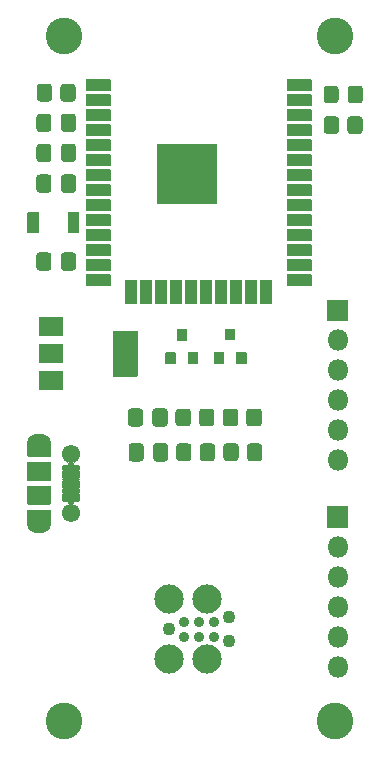
<source format=gts>
G04 #@! TF.GenerationSoftware,KiCad,Pcbnew,(5.1.9)-1*
G04 #@! TF.CreationDate,2021-01-22T20:27:00+08:00*
G04 #@! TF.ProjectId,esp-break,6573702d-6272-4656-916b-2e6b69636164,rev?*
G04 #@! TF.SameCoordinates,Original*
G04 #@! TF.FileFunction,Soldermask,Top*
G04 #@! TF.FilePolarity,Negative*
%FSLAX46Y46*%
G04 Gerber Fmt 4.6, Leading zero omitted, Abs format (unit mm)*
G04 Created by KiCad (PCBNEW (5.1.9)-1) date 2021-01-22 20:27:00*
%MOMM*%
%LPD*%
G01*
G04 APERTURE LIST*
%ADD10C,3.102000*%
%ADD11C,2.476900*%
%ADD12C,1.092600*%
%ADD13C,0.889400*%
%ADD14O,1.802000X1.802000*%
%ADD15C,1.552000*%
%ADD16O,2.002000X1.302000*%
%ADD17C,0.100000*%
G04 APERTURE END LIST*
D10*
X128117600Y-112166400D03*
X105156000Y-112166400D03*
X128117600Y-54229000D03*
X105156000Y-54203600D03*
G36*
G01*
X106468000Y-69150000D02*
X106468000Y-70850000D01*
G75*
G02*
X106417000Y-70901000I-51000J0D01*
G01*
X105517000Y-70901000D01*
G75*
G02*
X105466000Y-70850000I0J51000D01*
G01*
X105466000Y-69150000D01*
G75*
G02*
X105517000Y-69099000I51000J0D01*
G01*
X106417000Y-69099000D01*
G75*
G02*
X106468000Y-69150000I0J-51000D01*
G01*
G37*
G36*
G01*
X103068000Y-69150000D02*
X103068000Y-70850000D01*
G75*
G02*
X103017000Y-70901000I-51000J0D01*
G01*
X102117000Y-70901000D01*
G75*
G02*
X102066000Y-70850000I0J51000D01*
G01*
X102066000Y-69150000D01*
G75*
G02*
X102117000Y-69099000I51000J0D01*
G01*
X103017000Y-69099000D01*
G75*
G02*
X103068000Y-69150000I0J-51000D01*
G01*
G37*
G36*
G01*
X113024000Y-68370000D02*
X113024000Y-63370000D01*
G75*
G02*
X113075000Y-63319000I51000J0D01*
G01*
X118075000Y-63319000D01*
G75*
G02*
X118126000Y-63370000I0J-51000D01*
G01*
X118126000Y-68370000D01*
G75*
G02*
X118075000Y-68421000I-51000J0D01*
G01*
X113075000Y-68421000D01*
G75*
G02*
X113024000Y-68370000I0J51000D01*
G01*
G37*
G36*
G01*
X107024000Y-58820000D02*
X107024000Y-57920000D01*
G75*
G02*
X107075000Y-57869000I51000J0D01*
G01*
X109075000Y-57869000D01*
G75*
G02*
X109126000Y-57920000I0J-51000D01*
G01*
X109126000Y-58820000D01*
G75*
G02*
X109075000Y-58871000I-51000J0D01*
G01*
X107075000Y-58871000D01*
G75*
G02*
X107024000Y-58820000I0J51000D01*
G01*
G37*
G36*
G01*
X107024000Y-60090000D02*
X107024000Y-59190000D01*
G75*
G02*
X107075000Y-59139000I51000J0D01*
G01*
X109075000Y-59139000D01*
G75*
G02*
X109126000Y-59190000I0J-51000D01*
G01*
X109126000Y-60090000D01*
G75*
G02*
X109075000Y-60141000I-51000J0D01*
G01*
X107075000Y-60141000D01*
G75*
G02*
X107024000Y-60090000I0J51000D01*
G01*
G37*
G36*
G01*
X107024000Y-61360000D02*
X107024000Y-60460000D01*
G75*
G02*
X107075000Y-60409000I51000J0D01*
G01*
X109075000Y-60409000D01*
G75*
G02*
X109126000Y-60460000I0J-51000D01*
G01*
X109126000Y-61360000D01*
G75*
G02*
X109075000Y-61411000I-51000J0D01*
G01*
X107075000Y-61411000D01*
G75*
G02*
X107024000Y-61360000I0J51000D01*
G01*
G37*
G36*
G01*
X107024000Y-62630000D02*
X107024000Y-61730000D01*
G75*
G02*
X107075000Y-61679000I51000J0D01*
G01*
X109075000Y-61679000D01*
G75*
G02*
X109126000Y-61730000I0J-51000D01*
G01*
X109126000Y-62630000D01*
G75*
G02*
X109075000Y-62681000I-51000J0D01*
G01*
X107075000Y-62681000D01*
G75*
G02*
X107024000Y-62630000I0J51000D01*
G01*
G37*
G36*
G01*
X107024000Y-63900000D02*
X107024000Y-63000000D01*
G75*
G02*
X107075000Y-62949000I51000J0D01*
G01*
X109075000Y-62949000D01*
G75*
G02*
X109126000Y-63000000I0J-51000D01*
G01*
X109126000Y-63900000D01*
G75*
G02*
X109075000Y-63951000I-51000J0D01*
G01*
X107075000Y-63951000D01*
G75*
G02*
X107024000Y-63900000I0J51000D01*
G01*
G37*
G36*
G01*
X107024000Y-65170000D02*
X107024000Y-64270000D01*
G75*
G02*
X107075000Y-64219000I51000J0D01*
G01*
X109075000Y-64219000D01*
G75*
G02*
X109126000Y-64270000I0J-51000D01*
G01*
X109126000Y-65170000D01*
G75*
G02*
X109075000Y-65221000I-51000J0D01*
G01*
X107075000Y-65221000D01*
G75*
G02*
X107024000Y-65170000I0J51000D01*
G01*
G37*
G36*
G01*
X107024000Y-66440000D02*
X107024000Y-65540000D01*
G75*
G02*
X107075000Y-65489000I51000J0D01*
G01*
X109075000Y-65489000D01*
G75*
G02*
X109126000Y-65540000I0J-51000D01*
G01*
X109126000Y-66440000D01*
G75*
G02*
X109075000Y-66491000I-51000J0D01*
G01*
X107075000Y-66491000D01*
G75*
G02*
X107024000Y-66440000I0J51000D01*
G01*
G37*
G36*
G01*
X107024000Y-67710000D02*
X107024000Y-66810000D01*
G75*
G02*
X107075000Y-66759000I51000J0D01*
G01*
X109075000Y-66759000D01*
G75*
G02*
X109126000Y-66810000I0J-51000D01*
G01*
X109126000Y-67710000D01*
G75*
G02*
X109075000Y-67761000I-51000J0D01*
G01*
X107075000Y-67761000D01*
G75*
G02*
X107024000Y-67710000I0J51000D01*
G01*
G37*
G36*
G01*
X107024000Y-68980000D02*
X107024000Y-68080000D01*
G75*
G02*
X107075000Y-68029000I51000J0D01*
G01*
X109075000Y-68029000D01*
G75*
G02*
X109126000Y-68080000I0J-51000D01*
G01*
X109126000Y-68980000D01*
G75*
G02*
X109075000Y-69031000I-51000J0D01*
G01*
X107075000Y-69031000D01*
G75*
G02*
X107024000Y-68980000I0J51000D01*
G01*
G37*
G36*
G01*
X107024000Y-70250000D02*
X107024000Y-69350000D01*
G75*
G02*
X107075000Y-69299000I51000J0D01*
G01*
X109075000Y-69299000D01*
G75*
G02*
X109126000Y-69350000I0J-51000D01*
G01*
X109126000Y-70250000D01*
G75*
G02*
X109075000Y-70301000I-51000J0D01*
G01*
X107075000Y-70301000D01*
G75*
G02*
X107024000Y-70250000I0J51000D01*
G01*
G37*
G36*
G01*
X107024000Y-71520000D02*
X107024000Y-70620000D01*
G75*
G02*
X107075000Y-70569000I51000J0D01*
G01*
X109075000Y-70569000D01*
G75*
G02*
X109126000Y-70620000I0J-51000D01*
G01*
X109126000Y-71520000D01*
G75*
G02*
X109075000Y-71571000I-51000J0D01*
G01*
X107075000Y-71571000D01*
G75*
G02*
X107024000Y-71520000I0J51000D01*
G01*
G37*
G36*
G01*
X107024000Y-72790000D02*
X107024000Y-71890000D01*
G75*
G02*
X107075000Y-71839000I51000J0D01*
G01*
X109075000Y-71839000D01*
G75*
G02*
X109126000Y-71890000I0J-51000D01*
G01*
X109126000Y-72790000D01*
G75*
G02*
X109075000Y-72841000I-51000J0D01*
G01*
X107075000Y-72841000D01*
G75*
G02*
X107024000Y-72790000I0J51000D01*
G01*
G37*
G36*
G01*
X107024000Y-74060000D02*
X107024000Y-73160000D01*
G75*
G02*
X107075000Y-73109000I51000J0D01*
G01*
X109075000Y-73109000D01*
G75*
G02*
X109126000Y-73160000I0J-51000D01*
G01*
X109126000Y-74060000D01*
G75*
G02*
X109075000Y-74111000I-51000J0D01*
G01*
X107075000Y-74111000D01*
G75*
G02*
X107024000Y-74060000I0J51000D01*
G01*
G37*
G36*
G01*
X107024000Y-75330000D02*
X107024000Y-74430000D01*
G75*
G02*
X107075000Y-74379000I51000J0D01*
G01*
X109075000Y-74379000D01*
G75*
G02*
X109126000Y-74430000I0J-51000D01*
G01*
X109126000Y-75330000D01*
G75*
G02*
X109075000Y-75381000I-51000J0D01*
G01*
X107075000Y-75381000D01*
G75*
G02*
X107024000Y-75330000I0J51000D01*
G01*
G37*
G36*
G01*
X111310000Y-76931000D02*
X110410000Y-76931000D01*
G75*
G02*
X110359000Y-76880000I0J51000D01*
G01*
X110359000Y-74880000D01*
G75*
G02*
X110410000Y-74829000I51000J0D01*
G01*
X111310000Y-74829000D01*
G75*
G02*
X111361000Y-74880000I0J-51000D01*
G01*
X111361000Y-76880000D01*
G75*
G02*
X111310000Y-76931000I-51000J0D01*
G01*
G37*
G36*
G01*
X112580000Y-76931000D02*
X111680000Y-76931000D01*
G75*
G02*
X111629000Y-76880000I0J51000D01*
G01*
X111629000Y-74880000D01*
G75*
G02*
X111680000Y-74829000I51000J0D01*
G01*
X112580000Y-74829000D01*
G75*
G02*
X112631000Y-74880000I0J-51000D01*
G01*
X112631000Y-76880000D01*
G75*
G02*
X112580000Y-76931000I-51000J0D01*
G01*
G37*
G36*
G01*
X113850000Y-76931000D02*
X112950000Y-76931000D01*
G75*
G02*
X112899000Y-76880000I0J51000D01*
G01*
X112899000Y-74880000D01*
G75*
G02*
X112950000Y-74829000I51000J0D01*
G01*
X113850000Y-74829000D01*
G75*
G02*
X113901000Y-74880000I0J-51000D01*
G01*
X113901000Y-76880000D01*
G75*
G02*
X113850000Y-76931000I-51000J0D01*
G01*
G37*
G36*
G01*
X115120000Y-76931000D02*
X114220000Y-76931000D01*
G75*
G02*
X114169000Y-76880000I0J51000D01*
G01*
X114169000Y-74880000D01*
G75*
G02*
X114220000Y-74829000I51000J0D01*
G01*
X115120000Y-74829000D01*
G75*
G02*
X115171000Y-74880000I0J-51000D01*
G01*
X115171000Y-76880000D01*
G75*
G02*
X115120000Y-76931000I-51000J0D01*
G01*
G37*
G36*
G01*
X116390000Y-76931000D02*
X115490000Y-76931000D01*
G75*
G02*
X115439000Y-76880000I0J51000D01*
G01*
X115439000Y-74880000D01*
G75*
G02*
X115490000Y-74829000I51000J0D01*
G01*
X116390000Y-74829000D01*
G75*
G02*
X116441000Y-74880000I0J-51000D01*
G01*
X116441000Y-76880000D01*
G75*
G02*
X116390000Y-76931000I-51000J0D01*
G01*
G37*
G36*
G01*
X117660000Y-76931000D02*
X116760000Y-76931000D01*
G75*
G02*
X116709000Y-76880000I0J51000D01*
G01*
X116709000Y-74880000D01*
G75*
G02*
X116760000Y-74829000I51000J0D01*
G01*
X117660000Y-74829000D01*
G75*
G02*
X117711000Y-74880000I0J-51000D01*
G01*
X117711000Y-76880000D01*
G75*
G02*
X117660000Y-76931000I-51000J0D01*
G01*
G37*
G36*
G01*
X118930000Y-76931000D02*
X118030000Y-76931000D01*
G75*
G02*
X117979000Y-76880000I0J51000D01*
G01*
X117979000Y-74880000D01*
G75*
G02*
X118030000Y-74829000I51000J0D01*
G01*
X118930000Y-74829000D01*
G75*
G02*
X118981000Y-74880000I0J-51000D01*
G01*
X118981000Y-76880000D01*
G75*
G02*
X118930000Y-76931000I-51000J0D01*
G01*
G37*
G36*
G01*
X120200000Y-76931000D02*
X119300000Y-76931000D01*
G75*
G02*
X119249000Y-76880000I0J51000D01*
G01*
X119249000Y-74880000D01*
G75*
G02*
X119300000Y-74829000I51000J0D01*
G01*
X120200000Y-74829000D01*
G75*
G02*
X120251000Y-74880000I0J-51000D01*
G01*
X120251000Y-76880000D01*
G75*
G02*
X120200000Y-76931000I-51000J0D01*
G01*
G37*
G36*
G01*
X121470000Y-76931000D02*
X120570000Y-76931000D01*
G75*
G02*
X120519000Y-76880000I0J51000D01*
G01*
X120519000Y-74880000D01*
G75*
G02*
X120570000Y-74829000I51000J0D01*
G01*
X121470000Y-74829000D01*
G75*
G02*
X121521000Y-74880000I0J-51000D01*
G01*
X121521000Y-76880000D01*
G75*
G02*
X121470000Y-76931000I-51000J0D01*
G01*
G37*
G36*
G01*
X122740000Y-76931000D02*
X121840000Y-76931000D01*
G75*
G02*
X121789000Y-76880000I0J51000D01*
G01*
X121789000Y-74880000D01*
G75*
G02*
X121840000Y-74829000I51000J0D01*
G01*
X122740000Y-74829000D01*
G75*
G02*
X122791000Y-74880000I0J-51000D01*
G01*
X122791000Y-76880000D01*
G75*
G02*
X122740000Y-76931000I-51000J0D01*
G01*
G37*
G36*
G01*
X124024000Y-75330000D02*
X124024000Y-74430000D01*
G75*
G02*
X124075000Y-74379000I51000J0D01*
G01*
X126075000Y-74379000D01*
G75*
G02*
X126126000Y-74430000I0J-51000D01*
G01*
X126126000Y-75330000D01*
G75*
G02*
X126075000Y-75381000I-51000J0D01*
G01*
X124075000Y-75381000D01*
G75*
G02*
X124024000Y-75330000I0J51000D01*
G01*
G37*
G36*
G01*
X124024000Y-74060000D02*
X124024000Y-73160000D01*
G75*
G02*
X124075000Y-73109000I51000J0D01*
G01*
X126075000Y-73109000D01*
G75*
G02*
X126126000Y-73160000I0J-51000D01*
G01*
X126126000Y-74060000D01*
G75*
G02*
X126075000Y-74111000I-51000J0D01*
G01*
X124075000Y-74111000D01*
G75*
G02*
X124024000Y-74060000I0J51000D01*
G01*
G37*
G36*
G01*
X124024000Y-72790000D02*
X124024000Y-71890000D01*
G75*
G02*
X124075000Y-71839000I51000J0D01*
G01*
X126075000Y-71839000D01*
G75*
G02*
X126126000Y-71890000I0J-51000D01*
G01*
X126126000Y-72790000D01*
G75*
G02*
X126075000Y-72841000I-51000J0D01*
G01*
X124075000Y-72841000D01*
G75*
G02*
X124024000Y-72790000I0J51000D01*
G01*
G37*
G36*
G01*
X124024000Y-71520000D02*
X124024000Y-70620000D01*
G75*
G02*
X124075000Y-70569000I51000J0D01*
G01*
X126075000Y-70569000D01*
G75*
G02*
X126126000Y-70620000I0J-51000D01*
G01*
X126126000Y-71520000D01*
G75*
G02*
X126075000Y-71571000I-51000J0D01*
G01*
X124075000Y-71571000D01*
G75*
G02*
X124024000Y-71520000I0J51000D01*
G01*
G37*
G36*
G01*
X124024000Y-70250000D02*
X124024000Y-69350000D01*
G75*
G02*
X124075000Y-69299000I51000J0D01*
G01*
X126075000Y-69299000D01*
G75*
G02*
X126126000Y-69350000I0J-51000D01*
G01*
X126126000Y-70250000D01*
G75*
G02*
X126075000Y-70301000I-51000J0D01*
G01*
X124075000Y-70301000D01*
G75*
G02*
X124024000Y-70250000I0J51000D01*
G01*
G37*
G36*
G01*
X124024000Y-68980000D02*
X124024000Y-68080000D01*
G75*
G02*
X124075000Y-68029000I51000J0D01*
G01*
X126075000Y-68029000D01*
G75*
G02*
X126126000Y-68080000I0J-51000D01*
G01*
X126126000Y-68980000D01*
G75*
G02*
X126075000Y-69031000I-51000J0D01*
G01*
X124075000Y-69031000D01*
G75*
G02*
X124024000Y-68980000I0J51000D01*
G01*
G37*
G36*
G01*
X124024000Y-67710000D02*
X124024000Y-66810000D01*
G75*
G02*
X124075000Y-66759000I51000J0D01*
G01*
X126075000Y-66759000D01*
G75*
G02*
X126126000Y-66810000I0J-51000D01*
G01*
X126126000Y-67710000D01*
G75*
G02*
X126075000Y-67761000I-51000J0D01*
G01*
X124075000Y-67761000D01*
G75*
G02*
X124024000Y-67710000I0J51000D01*
G01*
G37*
G36*
G01*
X124024000Y-66440000D02*
X124024000Y-65540000D01*
G75*
G02*
X124075000Y-65489000I51000J0D01*
G01*
X126075000Y-65489000D01*
G75*
G02*
X126126000Y-65540000I0J-51000D01*
G01*
X126126000Y-66440000D01*
G75*
G02*
X126075000Y-66491000I-51000J0D01*
G01*
X124075000Y-66491000D01*
G75*
G02*
X124024000Y-66440000I0J51000D01*
G01*
G37*
G36*
G01*
X124024000Y-65170000D02*
X124024000Y-64270000D01*
G75*
G02*
X124075000Y-64219000I51000J0D01*
G01*
X126075000Y-64219000D01*
G75*
G02*
X126126000Y-64270000I0J-51000D01*
G01*
X126126000Y-65170000D01*
G75*
G02*
X126075000Y-65221000I-51000J0D01*
G01*
X124075000Y-65221000D01*
G75*
G02*
X124024000Y-65170000I0J51000D01*
G01*
G37*
G36*
G01*
X124024000Y-63900000D02*
X124024000Y-63000000D01*
G75*
G02*
X124075000Y-62949000I51000J0D01*
G01*
X126075000Y-62949000D01*
G75*
G02*
X126126000Y-63000000I0J-51000D01*
G01*
X126126000Y-63900000D01*
G75*
G02*
X126075000Y-63951000I-51000J0D01*
G01*
X124075000Y-63951000D01*
G75*
G02*
X124024000Y-63900000I0J51000D01*
G01*
G37*
G36*
G01*
X124024000Y-62630000D02*
X124024000Y-61730000D01*
G75*
G02*
X124075000Y-61679000I51000J0D01*
G01*
X126075000Y-61679000D01*
G75*
G02*
X126126000Y-61730000I0J-51000D01*
G01*
X126126000Y-62630000D01*
G75*
G02*
X126075000Y-62681000I-51000J0D01*
G01*
X124075000Y-62681000D01*
G75*
G02*
X124024000Y-62630000I0J51000D01*
G01*
G37*
G36*
G01*
X124024000Y-61360000D02*
X124024000Y-60460000D01*
G75*
G02*
X124075000Y-60409000I51000J0D01*
G01*
X126075000Y-60409000D01*
G75*
G02*
X126126000Y-60460000I0J-51000D01*
G01*
X126126000Y-61360000D01*
G75*
G02*
X126075000Y-61411000I-51000J0D01*
G01*
X124075000Y-61411000D01*
G75*
G02*
X124024000Y-61360000I0J51000D01*
G01*
G37*
G36*
G01*
X124024000Y-60090000D02*
X124024000Y-59190000D01*
G75*
G02*
X124075000Y-59139000I51000J0D01*
G01*
X126075000Y-59139000D01*
G75*
G02*
X126126000Y-59190000I0J-51000D01*
G01*
X126126000Y-60090000D01*
G75*
G02*
X126075000Y-60141000I-51000J0D01*
G01*
X124075000Y-60141000D01*
G75*
G02*
X124024000Y-60090000I0J51000D01*
G01*
G37*
G36*
G01*
X124024000Y-58820000D02*
X124024000Y-57920000D01*
G75*
G02*
X124075000Y-57869000I51000J0D01*
G01*
X126075000Y-57869000D01*
G75*
G02*
X126126000Y-57920000I0J-51000D01*
G01*
X126126000Y-58820000D01*
G75*
G02*
X126075000Y-58871000I-51000J0D01*
G01*
X124075000Y-58871000D01*
G75*
G02*
X124024000Y-58820000I0J51000D01*
G01*
G37*
D11*
X114086640Y-106987340D03*
X114086640Y-101907340D03*
X117261640Y-101907340D03*
X117261640Y-106987340D03*
D12*
X119166640Y-103431340D03*
X119166640Y-105463340D03*
X114086640Y-104447340D03*
D13*
X115356640Y-105082340D03*
X115356640Y-103812340D03*
X116626640Y-105082340D03*
X116626640Y-103812340D03*
X117896640Y-105082340D03*
X117896640Y-103812340D03*
G36*
G01*
X127419800Y-78269200D02*
X127419800Y-76569200D01*
G75*
G02*
X127470800Y-76518200I51000J0D01*
G01*
X129170800Y-76518200D01*
G75*
G02*
X129221800Y-76569200I0J-51000D01*
G01*
X129221800Y-78269200D01*
G75*
G02*
X129170800Y-78320200I-51000J0D01*
G01*
X127470800Y-78320200D01*
G75*
G02*
X127419800Y-78269200I0J51000D01*
G01*
G37*
D14*
X128320800Y-79959200D03*
X128320800Y-82499200D03*
X128320800Y-85039200D03*
X128320800Y-87579200D03*
X128320800Y-90119200D03*
X128320800Y-107619800D03*
X128320800Y-105079800D03*
X128320800Y-102539800D03*
X128320800Y-99999800D03*
X128320800Y-97459800D03*
G36*
G01*
X127419800Y-95769800D02*
X127419800Y-94069800D01*
G75*
G02*
X127470800Y-94018800I51000J0D01*
G01*
X129170800Y-94018800D01*
G75*
G02*
X129221800Y-94069800I0J-51000D01*
G01*
X129221800Y-95769800D01*
G75*
G02*
X129170800Y-95820800I-51000J0D01*
G01*
X127470800Y-95820800D01*
G75*
G02*
X127419800Y-95769800I0J51000D01*
G01*
G37*
G36*
G01*
X115538660Y-79996980D02*
X114738660Y-79996980D01*
G75*
G02*
X114687660Y-79945980I0J51000D01*
G01*
X114687660Y-79045980D01*
G75*
G02*
X114738660Y-78994980I51000J0D01*
G01*
X115538660Y-78994980D01*
G75*
G02*
X115589660Y-79045980I0J-51000D01*
G01*
X115589660Y-79945980D01*
G75*
G02*
X115538660Y-79996980I-51000J0D01*
G01*
G37*
G36*
G01*
X116488660Y-81996980D02*
X115688660Y-81996980D01*
G75*
G02*
X115637660Y-81945980I0J51000D01*
G01*
X115637660Y-81045980D01*
G75*
G02*
X115688660Y-80994980I51000J0D01*
G01*
X116488660Y-80994980D01*
G75*
G02*
X116539660Y-81045980I0J-51000D01*
G01*
X116539660Y-81945980D01*
G75*
G02*
X116488660Y-81996980I-51000J0D01*
G01*
G37*
G36*
G01*
X114588660Y-81996980D02*
X113788660Y-81996980D01*
G75*
G02*
X113737660Y-81945980I0J51000D01*
G01*
X113737660Y-81045980D01*
G75*
G02*
X113788660Y-80994980I51000J0D01*
G01*
X114588660Y-80994980D01*
G75*
G02*
X114639660Y-81045980I0J-51000D01*
G01*
X114639660Y-81945980D01*
G75*
G02*
X114588660Y-81996980I-51000J0D01*
G01*
G37*
G36*
G01*
X118676300Y-81973740D02*
X117876300Y-81973740D01*
G75*
G02*
X117825300Y-81922740I0J51000D01*
G01*
X117825300Y-81022740D01*
G75*
G02*
X117876300Y-80971740I51000J0D01*
G01*
X118676300Y-80971740D01*
G75*
G02*
X118727300Y-81022740I0J-51000D01*
G01*
X118727300Y-81922740D01*
G75*
G02*
X118676300Y-81973740I-51000J0D01*
G01*
G37*
G36*
G01*
X120576300Y-81973740D02*
X119776300Y-81973740D01*
G75*
G02*
X119725300Y-81922740I0J51000D01*
G01*
X119725300Y-81022740D01*
G75*
G02*
X119776300Y-80971740I51000J0D01*
G01*
X120576300Y-80971740D01*
G75*
G02*
X120627300Y-81022740I0J-51000D01*
G01*
X120627300Y-81922740D01*
G75*
G02*
X120576300Y-81973740I-51000J0D01*
G01*
G37*
G36*
G01*
X119626300Y-79973740D02*
X118826300Y-79973740D01*
G75*
G02*
X118775300Y-79922740I0J51000D01*
G01*
X118775300Y-79022740D01*
G75*
G02*
X118826300Y-78971740I51000J0D01*
G01*
X119626300Y-78971740D01*
G75*
G02*
X119677300Y-79022740I0J-51000D01*
G01*
X119677300Y-79922740D01*
G75*
G02*
X119626300Y-79973740I-51000J0D01*
G01*
G37*
G36*
G01*
X102104900Y-92274000D02*
X104004900Y-92274000D01*
G75*
G02*
X104055900Y-92325000I0J-51000D01*
G01*
X104055900Y-93825000D01*
G75*
G02*
X104004900Y-93876000I-51000J0D01*
G01*
X102104900Y-93876000D01*
G75*
G02*
X102053900Y-93825000I0J51000D01*
G01*
X102053900Y-92325000D01*
G75*
G02*
X102104900Y-92274000I51000J0D01*
G01*
G37*
D15*
X105754900Y-89575000D03*
G36*
G01*
X105079900Y-91174000D02*
X106429900Y-91174000D01*
G75*
G02*
X106480900Y-91225000I0J-51000D01*
G01*
X106480900Y-91625000D01*
G75*
G02*
X106429900Y-91676000I-51000J0D01*
G01*
X105079900Y-91676000D01*
G75*
G02*
X105028900Y-91625000I0J51000D01*
G01*
X105028900Y-91225000D01*
G75*
G02*
X105079900Y-91174000I51000J0D01*
G01*
G37*
G36*
G01*
X105079900Y-90524000D02*
X106429900Y-90524000D01*
G75*
G02*
X106480900Y-90575000I0J-51000D01*
G01*
X106480900Y-90975000D01*
G75*
G02*
X106429900Y-91026000I-51000J0D01*
G01*
X105079900Y-91026000D01*
G75*
G02*
X105028900Y-90975000I0J51000D01*
G01*
X105028900Y-90575000D01*
G75*
G02*
X105079900Y-90524000I51000J0D01*
G01*
G37*
G36*
G01*
X105079900Y-93124000D02*
X106429900Y-93124000D01*
G75*
G02*
X106480900Y-93175000I0J-51000D01*
G01*
X106480900Y-93575000D01*
G75*
G02*
X106429900Y-93626000I-51000J0D01*
G01*
X105079900Y-93626000D01*
G75*
G02*
X105028900Y-93575000I0J51000D01*
G01*
X105028900Y-93175000D01*
G75*
G02*
X105079900Y-93124000I51000J0D01*
G01*
G37*
G36*
G01*
X105079900Y-92474000D02*
X106429900Y-92474000D01*
G75*
G02*
X106480900Y-92525000I0J-51000D01*
G01*
X106480900Y-92925000D01*
G75*
G02*
X106429900Y-92976000I-51000J0D01*
G01*
X105079900Y-92976000D01*
G75*
G02*
X105028900Y-92925000I0J51000D01*
G01*
X105028900Y-92525000D01*
G75*
G02*
X105079900Y-92474000I51000J0D01*
G01*
G37*
G36*
G01*
X105079900Y-91824000D02*
X106429900Y-91824000D01*
G75*
G02*
X106480900Y-91875000I0J-51000D01*
G01*
X106480900Y-92275000D01*
G75*
G02*
X106429900Y-92326000I-51000J0D01*
G01*
X105079900Y-92326000D01*
G75*
G02*
X105028900Y-92275000I0J51000D01*
G01*
X105028900Y-91875000D01*
G75*
G02*
X105079900Y-91824000I51000J0D01*
G01*
G37*
X105754900Y-94575000D03*
G36*
G01*
X102104900Y-90274000D02*
X104004900Y-90274000D01*
G75*
G02*
X104055900Y-90325000I0J-51000D01*
G01*
X104055900Y-91825000D01*
G75*
G02*
X104004900Y-91876000I-51000J0D01*
G01*
X102104900Y-91876000D01*
G75*
G02*
X102053900Y-91825000I0J51000D01*
G01*
X102053900Y-90325000D01*
G75*
G02*
X102104900Y-90274000I51000J0D01*
G01*
G37*
D16*
X103054900Y-88575000D03*
X103054900Y-95575000D03*
G36*
G01*
X102104899Y-94324000D02*
X104004901Y-94324000D01*
G75*
G02*
X104055900Y-94374999I0J-50999D01*
G01*
X104055900Y-95575001D01*
G75*
G02*
X104004901Y-95626000I-50999J0D01*
G01*
X102104899Y-95626000D01*
G75*
G02*
X102053900Y-95575001I0J50999D01*
G01*
X102053900Y-94374999D01*
G75*
G02*
X102104899Y-94324000I50999J0D01*
G01*
G37*
G36*
G01*
X102104899Y-88524000D02*
X104004901Y-88524000D01*
G75*
G02*
X104055900Y-88574999I0J-50999D01*
G01*
X104055900Y-89775001D01*
G75*
G02*
X104004901Y-89826000I-50999J0D01*
G01*
X102104899Y-89826000D01*
G75*
G02*
X102053900Y-89775001I0J50999D01*
G01*
X102053900Y-88574999D01*
G75*
G02*
X102104899Y-88524000I50999J0D01*
G01*
G37*
G36*
G01*
X109309000Y-83000000D02*
X109309000Y-79200000D01*
G75*
G02*
X109360000Y-79149000I51000J0D01*
G01*
X111360000Y-79149000D01*
G75*
G02*
X111411000Y-79200000I0J-51000D01*
G01*
X111411000Y-83000000D01*
G75*
G02*
X111360000Y-83051000I-51000J0D01*
G01*
X109360000Y-83051000D01*
G75*
G02*
X109309000Y-83000000I0J51000D01*
G01*
G37*
G36*
G01*
X103009000Y-81850000D02*
X103009000Y-80350000D01*
G75*
G02*
X103060000Y-80299000I51000J0D01*
G01*
X105060000Y-80299000D01*
G75*
G02*
X105111000Y-80350000I0J-51000D01*
G01*
X105111000Y-81850000D01*
G75*
G02*
X105060000Y-81901000I-51000J0D01*
G01*
X103060000Y-81901000D01*
G75*
G02*
X103009000Y-81850000I0J51000D01*
G01*
G37*
G36*
G01*
X103009000Y-84150000D02*
X103009000Y-82650000D01*
G75*
G02*
X103060000Y-82599000I51000J0D01*
G01*
X105060000Y-82599000D01*
G75*
G02*
X105111000Y-82650000I0J-51000D01*
G01*
X105111000Y-84150000D01*
G75*
G02*
X105060000Y-84201000I-51000J0D01*
G01*
X103060000Y-84201000D01*
G75*
G02*
X103009000Y-84150000I0J51000D01*
G01*
G37*
G36*
G01*
X103009000Y-79550000D02*
X103009000Y-78050000D01*
G75*
G02*
X103060000Y-77999000I51000J0D01*
G01*
X105060000Y-77999000D01*
G75*
G02*
X105111000Y-78050000I0J-51000D01*
G01*
X105111000Y-79550000D01*
G75*
G02*
X105060000Y-79601000I-51000J0D01*
G01*
X103060000Y-79601000D01*
G75*
G02*
X103009000Y-79550000I0J51000D01*
G01*
G37*
G36*
G01*
X110624000Y-89954298D02*
X110624000Y-88945702D01*
G75*
G02*
X110895702Y-88674000I271702J0D01*
G01*
X111629298Y-88674000D01*
G75*
G02*
X111901000Y-88945702I0J-271702D01*
G01*
X111901000Y-89954298D01*
G75*
G02*
X111629298Y-90226000I-271702J0D01*
G01*
X110895702Y-90226000D01*
G75*
G02*
X110624000Y-89954298I0J271702D01*
G01*
G37*
G36*
G01*
X112699000Y-89954298D02*
X112699000Y-88945702D01*
G75*
G02*
X112970702Y-88674000I271702J0D01*
G01*
X113704298Y-88674000D01*
G75*
G02*
X113976000Y-88945702I0J-271702D01*
G01*
X113976000Y-89954298D01*
G75*
G02*
X113704298Y-90226000I-271702J0D01*
G01*
X112970702Y-90226000D01*
G75*
G02*
X112699000Y-89954298I0J271702D01*
G01*
G37*
G36*
G01*
X112649000Y-87004298D02*
X112649000Y-85995702D01*
G75*
G02*
X112920702Y-85724000I271702J0D01*
G01*
X113654298Y-85724000D01*
G75*
G02*
X113926000Y-85995702I0J-271702D01*
G01*
X113926000Y-87004298D01*
G75*
G02*
X113654298Y-87276000I-271702J0D01*
G01*
X112920702Y-87276000D01*
G75*
G02*
X112649000Y-87004298I0J271702D01*
G01*
G37*
G36*
G01*
X110574000Y-87004298D02*
X110574000Y-85995702D01*
G75*
G02*
X110845702Y-85724000I271702J0D01*
G01*
X111579298Y-85724000D01*
G75*
G02*
X111851000Y-85995702I0J-271702D01*
G01*
X111851000Y-87004298D01*
G75*
G02*
X111579298Y-87276000I-271702J0D01*
G01*
X110845702Y-87276000D01*
G75*
G02*
X110574000Y-87004298I0J271702D01*
G01*
G37*
G36*
G01*
X106176000Y-63595702D02*
X106176000Y-64604298D01*
G75*
G02*
X105904298Y-64876000I-271702J0D01*
G01*
X105170702Y-64876000D01*
G75*
G02*
X104899000Y-64604298I0J271702D01*
G01*
X104899000Y-63595702D01*
G75*
G02*
X105170702Y-63324000I271702J0D01*
G01*
X105904298Y-63324000D01*
G75*
G02*
X106176000Y-63595702I0J-271702D01*
G01*
G37*
G36*
G01*
X104101000Y-63595702D02*
X104101000Y-64604298D01*
G75*
G02*
X103829298Y-64876000I-271702J0D01*
G01*
X103095702Y-64876000D01*
G75*
G02*
X102824000Y-64604298I0J271702D01*
G01*
X102824000Y-63595702D01*
G75*
G02*
X103095702Y-63324000I271702J0D01*
G01*
X103829298Y-63324000D01*
G75*
G02*
X104101000Y-63595702I0J-271702D01*
G01*
G37*
G36*
G01*
X104101000Y-66195702D02*
X104101000Y-67204298D01*
G75*
G02*
X103829298Y-67476000I-271702J0D01*
G01*
X103095702Y-67476000D01*
G75*
G02*
X102824000Y-67204298I0J271702D01*
G01*
X102824000Y-66195702D01*
G75*
G02*
X103095702Y-65924000I271702J0D01*
G01*
X103829298Y-65924000D01*
G75*
G02*
X104101000Y-66195702I0J-271702D01*
G01*
G37*
G36*
G01*
X106176000Y-66195702D02*
X106176000Y-67204298D01*
G75*
G02*
X105904298Y-67476000I-271702J0D01*
G01*
X105170702Y-67476000D01*
G75*
G02*
X104899000Y-67204298I0J271702D01*
G01*
X104899000Y-66195702D01*
G75*
G02*
X105170702Y-65924000I271702J0D01*
G01*
X105904298Y-65924000D01*
G75*
G02*
X106176000Y-66195702I0J-271702D01*
G01*
G37*
G36*
G01*
X104899000Y-62054298D02*
X104899000Y-61045702D01*
G75*
G02*
X105170702Y-60774000I271702J0D01*
G01*
X105904298Y-60774000D01*
G75*
G02*
X106176000Y-61045702I0J-271702D01*
G01*
X106176000Y-62054298D01*
G75*
G02*
X105904298Y-62326000I-271702J0D01*
G01*
X105170702Y-62326000D01*
G75*
G02*
X104899000Y-62054298I0J271702D01*
G01*
G37*
G36*
G01*
X102824000Y-62054298D02*
X102824000Y-61045702D01*
G75*
G02*
X103095702Y-60774000I271702J0D01*
G01*
X103829298Y-60774000D01*
G75*
G02*
X104101000Y-61045702I0J-271702D01*
G01*
X104101000Y-62054298D01*
G75*
G02*
X103829298Y-62326000I-271702J0D01*
G01*
X103095702Y-62326000D01*
G75*
G02*
X102824000Y-62054298I0J271702D01*
G01*
G37*
G36*
G01*
X102824000Y-73804298D02*
X102824000Y-72795702D01*
G75*
G02*
X103095702Y-72524000I271702J0D01*
G01*
X103829298Y-72524000D01*
G75*
G02*
X104101000Y-72795702I0J-271702D01*
G01*
X104101000Y-73804298D01*
G75*
G02*
X103829298Y-74076000I-271702J0D01*
G01*
X103095702Y-74076000D01*
G75*
G02*
X102824000Y-73804298I0J271702D01*
G01*
G37*
G36*
G01*
X104899000Y-73804298D02*
X104899000Y-72795702D01*
G75*
G02*
X105170702Y-72524000I271702J0D01*
G01*
X105904298Y-72524000D01*
G75*
G02*
X106176000Y-72795702I0J-271702D01*
G01*
X106176000Y-73804298D01*
G75*
G02*
X105904298Y-74076000I-271702J0D01*
G01*
X105170702Y-74076000D01*
G75*
G02*
X104899000Y-73804298I0J271702D01*
G01*
G37*
G36*
G01*
X102849000Y-59479752D02*
X102849000Y-58520248D01*
G75*
G02*
X103120248Y-58249000I271248J0D01*
G01*
X103879752Y-58249000D01*
G75*
G02*
X104151000Y-58520248I0J-271248D01*
G01*
X104151000Y-59479752D01*
G75*
G02*
X103879752Y-59751000I-271248J0D01*
G01*
X103120248Y-59751000D01*
G75*
G02*
X102849000Y-59479752I0J271248D01*
G01*
G37*
G36*
G01*
X104849000Y-59479752D02*
X104849000Y-58520248D01*
G75*
G02*
X105120248Y-58249000I271248J0D01*
G01*
X105879752Y-58249000D01*
G75*
G02*
X106151000Y-58520248I0J-271248D01*
G01*
X106151000Y-59479752D01*
G75*
G02*
X105879752Y-59751000I-271248J0D01*
G01*
X105120248Y-59751000D01*
G75*
G02*
X104849000Y-59479752I0J271248D01*
G01*
G37*
G36*
G01*
X130451000Y-61270248D02*
X130451000Y-62229752D01*
G75*
G02*
X130179752Y-62501000I-271248J0D01*
G01*
X129420248Y-62501000D01*
G75*
G02*
X129149000Y-62229752I0J271248D01*
G01*
X129149000Y-61270248D01*
G75*
G02*
X129420248Y-60999000I271248J0D01*
G01*
X130179752Y-60999000D01*
G75*
G02*
X130451000Y-61270248I0J-271248D01*
G01*
G37*
G36*
G01*
X128451000Y-61270248D02*
X128451000Y-62229752D01*
G75*
G02*
X128179752Y-62501000I-271248J0D01*
G01*
X127420248Y-62501000D01*
G75*
G02*
X127149000Y-62229752I0J271248D01*
G01*
X127149000Y-61270248D01*
G75*
G02*
X127420248Y-60999000I271248J0D01*
G01*
X128179752Y-60999000D01*
G75*
G02*
X128451000Y-61270248I0J-271248D01*
G01*
G37*
G36*
G01*
X116599000Y-86979752D02*
X116599000Y-86020248D01*
G75*
G02*
X116870248Y-85749000I271248J0D01*
G01*
X117629752Y-85749000D01*
G75*
G02*
X117901000Y-86020248I0J-271248D01*
G01*
X117901000Y-86979752D01*
G75*
G02*
X117629752Y-87251000I-271248J0D01*
G01*
X116870248Y-87251000D01*
G75*
G02*
X116599000Y-86979752I0J271248D01*
G01*
G37*
G36*
G01*
X114599000Y-86979752D02*
X114599000Y-86020248D01*
G75*
G02*
X114870248Y-85749000I271248J0D01*
G01*
X115629752Y-85749000D01*
G75*
G02*
X115901000Y-86020248I0J-271248D01*
G01*
X115901000Y-86979752D01*
G75*
G02*
X115629752Y-87251000I-271248J0D01*
G01*
X114870248Y-87251000D01*
G75*
G02*
X114599000Y-86979752I0J271248D01*
G01*
G37*
G36*
G01*
X115951000Y-88970248D02*
X115951000Y-89929752D01*
G75*
G02*
X115679752Y-90201000I-271248J0D01*
G01*
X114920248Y-90201000D01*
G75*
G02*
X114649000Y-89929752I0J271248D01*
G01*
X114649000Y-88970248D01*
G75*
G02*
X114920248Y-88699000I271248J0D01*
G01*
X115679752Y-88699000D01*
G75*
G02*
X115951000Y-88970248I0J-271248D01*
G01*
G37*
G36*
G01*
X117951000Y-88970248D02*
X117951000Y-89929752D01*
G75*
G02*
X117679752Y-90201000I-271248J0D01*
G01*
X116920248Y-90201000D01*
G75*
G02*
X116649000Y-89929752I0J271248D01*
G01*
X116649000Y-88970248D01*
G75*
G02*
X116920248Y-88699000I271248J0D01*
G01*
X117679752Y-88699000D01*
G75*
G02*
X117951000Y-88970248I0J-271248D01*
G01*
G37*
G36*
G01*
X120599000Y-86979752D02*
X120599000Y-86020248D01*
G75*
G02*
X120870248Y-85749000I271248J0D01*
G01*
X121629752Y-85749000D01*
G75*
G02*
X121901000Y-86020248I0J-271248D01*
G01*
X121901000Y-86979752D01*
G75*
G02*
X121629752Y-87251000I-271248J0D01*
G01*
X120870248Y-87251000D01*
G75*
G02*
X120599000Y-86979752I0J271248D01*
G01*
G37*
G36*
G01*
X118599000Y-86979752D02*
X118599000Y-86020248D01*
G75*
G02*
X118870248Y-85749000I271248J0D01*
G01*
X119629752Y-85749000D01*
G75*
G02*
X119901000Y-86020248I0J-271248D01*
G01*
X119901000Y-86979752D01*
G75*
G02*
X119629752Y-87251000I-271248J0D01*
G01*
X118870248Y-87251000D01*
G75*
G02*
X118599000Y-86979752I0J271248D01*
G01*
G37*
G36*
G01*
X118649000Y-89929752D02*
X118649000Y-88970248D01*
G75*
G02*
X118920248Y-88699000I271248J0D01*
G01*
X119679752Y-88699000D01*
G75*
G02*
X119951000Y-88970248I0J-271248D01*
G01*
X119951000Y-89929752D01*
G75*
G02*
X119679752Y-90201000I-271248J0D01*
G01*
X118920248Y-90201000D01*
G75*
G02*
X118649000Y-89929752I0J271248D01*
G01*
G37*
G36*
G01*
X120649000Y-89929752D02*
X120649000Y-88970248D01*
G75*
G02*
X120920248Y-88699000I271248J0D01*
G01*
X121679752Y-88699000D01*
G75*
G02*
X121951000Y-88970248I0J-271248D01*
G01*
X121951000Y-89929752D01*
G75*
G02*
X121679752Y-90201000I-271248J0D01*
G01*
X120920248Y-90201000D01*
G75*
G02*
X120649000Y-89929752I0J271248D01*
G01*
G37*
G36*
G01*
X129199000Y-59628828D02*
X129199000Y-58671172D01*
G75*
G02*
X129471172Y-58399000I272172J0D01*
G01*
X130178828Y-58399000D01*
G75*
G02*
X130451000Y-58671172I0J-272172D01*
G01*
X130451000Y-59628828D01*
G75*
G02*
X130178828Y-59901000I-272172J0D01*
G01*
X129471172Y-59901000D01*
G75*
G02*
X129199000Y-59628828I0J272172D01*
G01*
G37*
G36*
G01*
X127149000Y-59628828D02*
X127149000Y-58671172D01*
G75*
G02*
X127421172Y-58399000I272172J0D01*
G01*
X128128828Y-58399000D01*
G75*
G02*
X128401000Y-58671172I0J-272172D01*
G01*
X128401000Y-59628828D01*
G75*
G02*
X128128828Y-59901000I-272172J0D01*
G01*
X127421172Y-59901000D01*
G75*
G02*
X127149000Y-59628828I0J272172D01*
G01*
G37*
D17*
G36*
X106110404Y-93625000D02*
G01*
X106110404Y-93627000D01*
X106108868Y-93627990D01*
X106084681Y-93630372D01*
X106061606Y-93637372D01*
X106040342Y-93648737D01*
X106021705Y-93664032D01*
X106006410Y-93682669D01*
X105995045Y-93703933D01*
X105988045Y-93727008D01*
X105985682Y-93750999D01*
X105988045Y-93774990D01*
X105995045Y-93798065D01*
X106006410Y-93819329D01*
X106021705Y-93837966D01*
X106040342Y-93853261D01*
X106056361Y-93861823D01*
X106057417Y-93863522D01*
X106056474Y-93865285D01*
X106054653Y-93865435D01*
X105979579Y-93834338D01*
X105830762Y-93804737D01*
X105679038Y-93804737D01*
X105530221Y-93834338D01*
X105455147Y-93865435D01*
X105453164Y-93865174D01*
X105452399Y-93863326D01*
X105453439Y-93861823D01*
X105469458Y-93853261D01*
X105488095Y-93837966D01*
X105503390Y-93819329D01*
X105514755Y-93798065D01*
X105521755Y-93774990D01*
X105524118Y-93750999D01*
X105521755Y-93727008D01*
X105514755Y-93703933D01*
X105503390Y-93682669D01*
X105488095Y-93664032D01*
X105469458Y-93648737D01*
X105448194Y-93637372D01*
X105425119Y-93630372D01*
X105400932Y-93627990D01*
X105399306Y-93626825D01*
X105399502Y-93624835D01*
X105401128Y-93624000D01*
X106108672Y-93624000D01*
X106110404Y-93625000D01*
G37*
G36*
X106482632Y-92975000D02*
G01*
X106482900Y-92976000D01*
X106482900Y-93124000D01*
X106481900Y-93125732D01*
X106480900Y-93126000D01*
X105028900Y-93126000D01*
X105027168Y-93125000D01*
X105026900Y-93124000D01*
X105026900Y-92976000D01*
X105027900Y-92974268D01*
X105028900Y-92974000D01*
X106480900Y-92974000D01*
X106482632Y-92975000D01*
G37*
G36*
X106482632Y-92325000D02*
G01*
X106482900Y-92326000D01*
X106482900Y-92474000D01*
X106481900Y-92475732D01*
X106480900Y-92476000D01*
X105028900Y-92476000D01*
X105027168Y-92475000D01*
X105026900Y-92474000D01*
X105026900Y-92326000D01*
X105027900Y-92324268D01*
X105028900Y-92324000D01*
X106480900Y-92324000D01*
X106482632Y-92325000D01*
G37*
G36*
X106482632Y-91675000D02*
G01*
X106482900Y-91676000D01*
X106482900Y-91824000D01*
X106481900Y-91825732D01*
X106480900Y-91826000D01*
X105028900Y-91826000D01*
X105027168Y-91825000D01*
X105026900Y-91824000D01*
X105026900Y-91676000D01*
X105027900Y-91674268D01*
X105028900Y-91674000D01*
X106480900Y-91674000D01*
X106482632Y-91675000D01*
G37*
G36*
X106482632Y-91025000D02*
G01*
X106482900Y-91026000D01*
X106482900Y-91174000D01*
X106481900Y-91175732D01*
X106480900Y-91176000D01*
X105028900Y-91176000D01*
X105027168Y-91175000D01*
X105026900Y-91174000D01*
X105026900Y-91026000D01*
X105027900Y-91024268D01*
X105028900Y-91024000D01*
X106480900Y-91024000D01*
X106482632Y-91025000D01*
G37*
G36*
X106056636Y-90284826D02*
G01*
X106057401Y-90286674D01*
X106056361Y-90288177D01*
X106040342Y-90296739D01*
X106021705Y-90312034D01*
X106006410Y-90330671D01*
X105995045Y-90351935D01*
X105988045Y-90375010D01*
X105985682Y-90399001D01*
X105988045Y-90422992D01*
X105995045Y-90446067D01*
X106006410Y-90467331D01*
X106021705Y-90485968D01*
X106040342Y-90501263D01*
X106061606Y-90512628D01*
X106084681Y-90519628D01*
X106108868Y-90522010D01*
X106110494Y-90523175D01*
X106110298Y-90525165D01*
X106108672Y-90526000D01*
X105401128Y-90526000D01*
X105399396Y-90525000D01*
X105399396Y-90523000D01*
X105400932Y-90522010D01*
X105425119Y-90519628D01*
X105448194Y-90512628D01*
X105469458Y-90501263D01*
X105488095Y-90485968D01*
X105503390Y-90467331D01*
X105514755Y-90446067D01*
X105521755Y-90422992D01*
X105524118Y-90399001D01*
X105521755Y-90375010D01*
X105514755Y-90351935D01*
X105503390Y-90330671D01*
X105488095Y-90312034D01*
X105469458Y-90296739D01*
X105453439Y-90288177D01*
X105452383Y-90286478D01*
X105453326Y-90284715D01*
X105455147Y-90284565D01*
X105530221Y-90315662D01*
X105679038Y-90345263D01*
X105830762Y-90345263D01*
X105979579Y-90315662D01*
X106054653Y-90284565D01*
X106056636Y-90284826D01*
G37*
M02*

</source>
